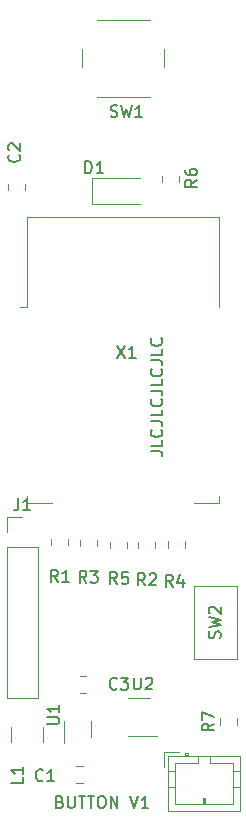
<source format=gbr>
G04 #@! TF.GenerationSoftware,KiCad,Pcbnew,(5.1.5)-1*
G04 #@! TF.CreationDate,2021-02-18T15:35:30+01:00*
G04 #@! TF.ProjectId,button,62757474-6f6e-42e6-9b69-6361645f7063,rev?*
G04 #@! TF.SameCoordinates,Original*
G04 #@! TF.FileFunction,Legend,Top*
G04 #@! TF.FilePolarity,Positive*
%FSLAX46Y46*%
G04 Gerber Fmt 4.6, Leading zero omitted, Abs format (unit mm)*
G04 Created by KiCad (PCBNEW (5.1.5)-1) date 2021-02-18 15:35:30*
%MOMM*%
%LPD*%
G04 APERTURE LIST*
%ADD10C,0.150000*%
%ADD11C,0.120000*%
G04 APERTURE END LIST*
D10*
X121752380Y-112588571D02*
X121895238Y-112636190D01*
X121942857Y-112683809D01*
X121990476Y-112779047D01*
X121990476Y-112921904D01*
X121942857Y-113017142D01*
X121895238Y-113064761D01*
X121800000Y-113112380D01*
X121419047Y-113112380D01*
X121419047Y-112112380D01*
X121752380Y-112112380D01*
X121847619Y-112160000D01*
X121895238Y-112207619D01*
X121942857Y-112302857D01*
X121942857Y-112398095D01*
X121895238Y-112493333D01*
X121847619Y-112540952D01*
X121752380Y-112588571D01*
X121419047Y-112588571D01*
X122419047Y-112112380D02*
X122419047Y-112921904D01*
X122466666Y-113017142D01*
X122514285Y-113064761D01*
X122609523Y-113112380D01*
X122800000Y-113112380D01*
X122895238Y-113064761D01*
X122942857Y-113017142D01*
X122990476Y-112921904D01*
X122990476Y-112112380D01*
X123323809Y-112112380D02*
X123895238Y-112112380D01*
X123609523Y-113112380D02*
X123609523Y-112112380D01*
X124085714Y-112112380D02*
X124657142Y-112112380D01*
X124371428Y-113112380D02*
X124371428Y-112112380D01*
X125180952Y-112112380D02*
X125371428Y-112112380D01*
X125466666Y-112160000D01*
X125561904Y-112255238D01*
X125609523Y-112445714D01*
X125609523Y-112779047D01*
X125561904Y-112969523D01*
X125466666Y-113064761D01*
X125371428Y-113112380D01*
X125180952Y-113112380D01*
X125085714Y-113064761D01*
X124990476Y-112969523D01*
X124942857Y-112779047D01*
X124942857Y-112445714D01*
X124990476Y-112255238D01*
X125085714Y-112160000D01*
X125180952Y-112112380D01*
X126038095Y-113112380D02*
X126038095Y-112112380D01*
X126609523Y-113112380D01*
X126609523Y-112112380D01*
X127704761Y-112112380D02*
X128038095Y-113112380D01*
X128371428Y-112112380D01*
X129228571Y-113112380D02*
X128657142Y-113112380D01*
X128942857Y-113112380D02*
X128942857Y-112112380D01*
X128847619Y-112255238D01*
X128752380Y-112350476D01*
X128657142Y-112398095D01*
X129422380Y-82919047D02*
X130136666Y-82919047D01*
X130279523Y-82966666D01*
X130374761Y-83061904D01*
X130422380Y-83204761D01*
X130422380Y-83300000D01*
X130422380Y-81966666D02*
X130422380Y-82442857D01*
X129422380Y-82442857D01*
X130327142Y-81061904D02*
X130374761Y-81109523D01*
X130422380Y-81252380D01*
X130422380Y-81347619D01*
X130374761Y-81490476D01*
X130279523Y-81585714D01*
X130184285Y-81633333D01*
X129993809Y-81680952D01*
X129850952Y-81680952D01*
X129660476Y-81633333D01*
X129565238Y-81585714D01*
X129470000Y-81490476D01*
X129422380Y-81347619D01*
X129422380Y-81252380D01*
X129470000Y-81109523D01*
X129517619Y-81061904D01*
X129422380Y-80347619D02*
X130136666Y-80347619D01*
X130279523Y-80395238D01*
X130374761Y-80490476D01*
X130422380Y-80633333D01*
X130422380Y-80728571D01*
X130422380Y-79395238D02*
X130422380Y-79871428D01*
X129422380Y-79871428D01*
X130327142Y-78490476D02*
X130374761Y-78538095D01*
X130422380Y-78680952D01*
X130422380Y-78776190D01*
X130374761Y-78919047D01*
X130279523Y-79014285D01*
X130184285Y-79061904D01*
X129993809Y-79109523D01*
X129850952Y-79109523D01*
X129660476Y-79061904D01*
X129565238Y-79014285D01*
X129470000Y-78919047D01*
X129422380Y-78776190D01*
X129422380Y-78680952D01*
X129470000Y-78538095D01*
X129517619Y-78490476D01*
X129422380Y-77776190D02*
X130136666Y-77776190D01*
X130279523Y-77823809D01*
X130374761Y-77919047D01*
X130422380Y-78061904D01*
X130422380Y-78157142D01*
X130422380Y-76823809D02*
X130422380Y-77300000D01*
X129422380Y-77300000D01*
X130327142Y-75919047D02*
X130374761Y-75966666D01*
X130422380Y-76109523D01*
X130422380Y-76204761D01*
X130374761Y-76347619D01*
X130279523Y-76442857D01*
X130184285Y-76490476D01*
X129993809Y-76538095D01*
X129850952Y-76538095D01*
X129660476Y-76490476D01*
X129565238Y-76442857D01*
X129470000Y-76347619D01*
X129422380Y-76204761D01*
X129422380Y-76109523D01*
X129470000Y-75966666D01*
X129517619Y-75919047D01*
X129422380Y-75204761D02*
X130136666Y-75204761D01*
X130279523Y-75252380D01*
X130374761Y-75347619D01*
X130422380Y-75490476D01*
X130422380Y-75585714D01*
X130422380Y-74252380D02*
X130422380Y-74728571D01*
X129422380Y-74728571D01*
X130327142Y-73347619D02*
X130374761Y-73395238D01*
X130422380Y-73538095D01*
X130422380Y-73633333D01*
X130374761Y-73776190D01*
X130279523Y-73871428D01*
X130184285Y-73919047D01*
X129993809Y-73966666D01*
X129850952Y-73966666D01*
X129660476Y-73919047D01*
X129565238Y-73871428D01*
X129470000Y-73776190D01*
X129422380Y-73633333D01*
X129422380Y-73538095D01*
X129470000Y-73395238D01*
X129517619Y-73347619D01*
D11*
X127550000Y-107040000D02*
X130000000Y-107040000D01*
X129350000Y-103820000D02*
X127550000Y-103820000D01*
X136700000Y-106051252D02*
X136700000Y-105528748D01*
X135280000Y-106051252D02*
X135280000Y-105528748D01*
X130570000Y-108380000D02*
X130570000Y-109630000D01*
X131820000Y-108380000D02*
X130570000Y-108380000D01*
X133930000Y-112790000D02*
X133930000Y-112290000D01*
X134030000Y-112290000D02*
X134030000Y-112790000D01*
X133830000Y-112290000D02*
X134030000Y-112290000D01*
X133830000Y-112790000D02*
X133830000Y-112290000D01*
X136990000Y-111290000D02*
X136380000Y-111290000D01*
X136990000Y-109990000D02*
X136380000Y-109990000D01*
X130870000Y-111290000D02*
X131480000Y-111290000D01*
X130870000Y-109990000D02*
X131480000Y-109990000D01*
X134430000Y-109290000D02*
X134430000Y-108680000D01*
X136380000Y-109290000D02*
X134430000Y-109290000D01*
X136380000Y-112790000D02*
X136380000Y-109290000D01*
X131480000Y-112790000D02*
X136380000Y-112790000D01*
X131480000Y-109290000D02*
X131480000Y-112790000D01*
X133430000Y-109290000D02*
X131480000Y-109290000D01*
X133430000Y-108680000D02*
X133430000Y-109290000D01*
X132630000Y-108580000D02*
X132330000Y-108580000D01*
X132330000Y-108480000D02*
X132330000Y-108680000D01*
X132630000Y-108480000D02*
X132330000Y-108480000D01*
X132630000Y-108680000D02*
X132630000Y-108480000D01*
X136990000Y-108680000D02*
X130870000Y-108680000D01*
X136990000Y-113400000D02*
X136990000Y-108680000D01*
X130870000Y-113400000D02*
X136990000Y-113400000D01*
X130870000Y-108680000D02*
X130870000Y-113400000D01*
X117230000Y-88440000D02*
X118560000Y-88440000D01*
X117230000Y-89770000D02*
X117230000Y-88440000D01*
X117230000Y-91040000D02*
X119890000Y-91040000D01*
X119890000Y-91040000D02*
X119890000Y-103800000D01*
X117230000Y-91040000D02*
X117230000Y-103800000D01*
X117230000Y-103800000D02*
X119890000Y-103800000D01*
X124475000Y-61935000D02*
X128560000Y-61935000D01*
X124475000Y-59765000D02*
X124475000Y-61935000D01*
X128560000Y-59765000D02*
X124475000Y-59765000D01*
X118990000Y-70680000D02*
X118380000Y-70680000D01*
X118990000Y-70680000D02*
X118990000Y-63060000D01*
X118990000Y-87300000D02*
X118990000Y-86680000D01*
X121110000Y-87300000D02*
X118990000Y-87300000D01*
X135230000Y-87300000D02*
X133110000Y-87300000D01*
X135230000Y-86680000D02*
X135230000Y-87300000D01*
X135230000Y-63060000D02*
X135230000Y-70680000D01*
X118990000Y-63060000D02*
X135230000Y-63060000D01*
X122050000Y-105720000D02*
X122050000Y-107620000D01*
X124370000Y-107120000D02*
X124370000Y-105720000D01*
X136700000Y-94330000D02*
X136700000Y-100450000D01*
X136700000Y-100450000D02*
X133080000Y-100450000D01*
X133080000Y-100450000D02*
X133080000Y-94330000D01*
X133080000Y-94330000D02*
X136700000Y-94330000D01*
X123600000Y-48880000D02*
X123600000Y-50380000D01*
X124850000Y-52880000D02*
X129350000Y-52880000D01*
X130600000Y-50380000D02*
X130600000Y-48880000D01*
X129350000Y-46380000D02*
X124850000Y-46380000D01*
X131800000Y-60111252D02*
X131800000Y-59588748D01*
X130380000Y-60111252D02*
X130380000Y-59588748D01*
X127420000Y-91071252D02*
X127420000Y-90548748D01*
X126000000Y-91071252D02*
X126000000Y-90548748D01*
X132320000Y-91061252D02*
X132320000Y-90538748D01*
X130900000Y-91061252D02*
X130900000Y-90538748D01*
X124890000Y-90911252D02*
X124890000Y-90388748D01*
X123470000Y-90911252D02*
X123470000Y-90388748D01*
X129790000Y-91081252D02*
X129790000Y-90558748D01*
X128370000Y-91081252D02*
X128370000Y-90558748D01*
X122440000Y-90851252D02*
X122440000Y-90328748D01*
X121020000Y-90851252D02*
X121020000Y-90328748D01*
X120320000Y-107482064D02*
X120320000Y-106277936D01*
X117600000Y-107482064D02*
X117600000Y-106277936D01*
X123961252Y-101950000D02*
X123438748Y-101950000D01*
X123961252Y-103370000D02*
X123438748Y-103370000D01*
X117340000Y-60298748D02*
X117340000Y-60821252D01*
X118760000Y-60298748D02*
X118760000Y-60821252D01*
X123138748Y-110960000D02*
X123661252Y-110960000D01*
X123138748Y-109540000D02*
X123661252Y-109540000D01*
D10*
X127998095Y-102062380D02*
X127998095Y-102871904D01*
X128045714Y-102967142D01*
X128093333Y-103014761D01*
X128188571Y-103062380D01*
X128379047Y-103062380D01*
X128474285Y-103014761D01*
X128521904Y-102967142D01*
X128569523Y-102871904D01*
X128569523Y-102062380D01*
X128998095Y-102157619D02*
X129045714Y-102110000D01*
X129140952Y-102062380D01*
X129379047Y-102062380D01*
X129474285Y-102110000D01*
X129521904Y-102157619D01*
X129569523Y-102252857D01*
X129569523Y-102348095D01*
X129521904Y-102490952D01*
X128950476Y-103062380D01*
X129569523Y-103062380D01*
X134792380Y-105956666D02*
X134316190Y-106290000D01*
X134792380Y-106528095D02*
X133792380Y-106528095D01*
X133792380Y-106147142D01*
X133840000Y-106051904D01*
X133887619Y-106004285D01*
X133982857Y-105956666D01*
X134125714Y-105956666D01*
X134220952Y-106004285D01*
X134268571Y-106051904D01*
X134316190Y-106147142D01*
X134316190Y-106528095D01*
X133792380Y-105623333D02*
X133792380Y-104956666D01*
X134792380Y-105385238D01*
X118226666Y-86892380D02*
X118226666Y-87606666D01*
X118179047Y-87749523D01*
X118083809Y-87844761D01*
X117940952Y-87892380D01*
X117845714Y-87892380D01*
X119226666Y-87892380D02*
X118655238Y-87892380D01*
X118940952Y-87892380D02*
X118940952Y-86892380D01*
X118845714Y-87035238D01*
X118750476Y-87130476D01*
X118655238Y-87178095D01*
X123891904Y-59352380D02*
X123891904Y-58352380D01*
X124130000Y-58352380D01*
X124272857Y-58400000D01*
X124368095Y-58495238D01*
X124415714Y-58590476D01*
X124463333Y-58780952D01*
X124463333Y-58923809D01*
X124415714Y-59114285D01*
X124368095Y-59209523D01*
X124272857Y-59304761D01*
X124130000Y-59352380D01*
X123891904Y-59352380D01*
X125415714Y-59352380D02*
X124844285Y-59352380D01*
X125130000Y-59352380D02*
X125130000Y-58352380D01*
X125034761Y-58495238D01*
X124939523Y-58590476D01*
X124844285Y-58638095D01*
X126580476Y-73982380D02*
X127247142Y-74982380D01*
X127247142Y-73982380D02*
X126580476Y-74982380D01*
X128151904Y-74982380D02*
X127580476Y-74982380D01*
X127866190Y-74982380D02*
X127866190Y-73982380D01*
X127770952Y-74125238D01*
X127675714Y-74220476D01*
X127580476Y-74268095D01*
X120682380Y-105981904D02*
X121491904Y-105981904D01*
X121587142Y-105934285D01*
X121634761Y-105886666D01*
X121682380Y-105791428D01*
X121682380Y-105600952D01*
X121634761Y-105505714D01*
X121587142Y-105458095D01*
X121491904Y-105410476D01*
X120682380Y-105410476D01*
X121682380Y-104410476D02*
X121682380Y-104981904D01*
X121682380Y-104696190D02*
X120682380Y-104696190D01*
X120825238Y-104791428D01*
X120920476Y-104886666D01*
X120968095Y-104981904D01*
X135294761Y-98723333D02*
X135342380Y-98580476D01*
X135342380Y-98342380D01*
X135294761Y-98247142D01*
X135247142Y-98199523D01*
X135151904Y-98151904D01*
X135056666Y-98151904D01*
X134961428Y-98199523D01*
X134913809Y-98247142D01*
X134866190Y-98342380D01*
X134818571Y-98532857D01*
X134770952Y-98628095D01*
X134723333Y-98675714D01*
X134628095Y-98723333D01*
X134532857Y-98723333D01*
X134437619Y-98675714D01*
X134390000Y-98628095D01*
X134342380Y-98532857D01*
X134342380Y-98294761D01*
X134390000Y-98151904D01*
X134342380Y-97818571D02*
X135342380Y-97580476D01*
X134628095Y-97390000D01*
X135342380Y-97199523D01*
X134342380Y-96961428D01*
X134437619Y-96628095D02*
X134390000Y-96580476D01*
X134342380Y-96485238D01*
X134342380Y-96247142D01*
X134390000Y-96151904D01*
X134437619Y-96104285D01*
X134532857Y-96056666D01*
X134628095Y-96056666D01*
X134770952Y-96104285D01*
X135342380Y-96675714D01*
X135342380Y-96056666D01*
X126046666Y-54554761D02*
X126189523Y-54602380D01*
X126427619Y-54602380D01*
X126522857Y-54554761D01*
X126570476Y-54507142D01*
X126618095Y-54411904D01*
X126618095Y-54316666D01*
X126570476Y-54221428D01*
X126522857Y-54173809D01*
X126427619Y-54126190D01*
X126237142Y-54078571D01*
X126141904Y-54030952D01*
X126094285Y-53983333D01*
X126046666Y-53888095D01*
X126046666Y-53792857D01*
X126094285Y-53697619D01*
X126141904Y-53650000D01*
X126237142Y-53602380D01*
X126475238Y-53602380D01*
X126618095Y-53650000D01*
X126951428Y-53602380D02*
X127189523Y-54602380D01*
X127380000Y-53888095D01*
X127570476Y-54602380D01*
X127808571Y-53602380D01*
X128713333Y-54602380D02*
X128141904Y-54602380D01*
X128427619Y-54602380D02*
X128427619Y-53602380D01*
X128332380Y-53745238D01*
X128237142Y-53840476D01*
X128141904Y-53888095D01*
X133342380Y-59916666D02*
X132866190Y-60250000D01*
X133342380Y-60488095D02*
X132342380Y-60488095D01*
X132342380Y-60107142D01*
X132390000Y-60011904D01*
X132437619Y-59964285D01*
X132532857Y-59916666D01*
X132675714Y-59916666D01*
X132770952Y-59964285D01*
X132818571Y-60011904D01*
X132866190Y-60107142D01*
X132866190Y-60488095D01*
X132342380Y-59059523D02*
X132342380Y-59250000D01*
X132390000Y-59345238D01*
X132437619Y-59392857D01*
X132580476Y-59488095D01*
X132770952Y-59535714D01*
X133151904Y-59535714D01*
X133247142Y-59488095D01*
X133294761Y-59440476D01*
X133342380Y-59345238D01*
X133342380Y-59154761D01*
X133294761Y-59059523D01*
X133247142Y-59011904D01*
X133151904Y-58964285D01*
X132913809Y-58964285D01*
X132818571Y-59011904D01*
X132770952Y-59059523D01*
X132723333Y-59154761D01*
X132723333Y-59345238D01*
X132770952Y-59440476D01*
X132818571Y-59488095D01*
X132913809Y-59535714D01*
X126583333Y-94132380D02*
X126250000Y-93656190D01*
X126011904Y-94132380D02*
X126011904Y-93132380D01*
X126392857Y-93132380D01*
X126488095Y-93180000D01*
X126535714Y-93227619D01*
X126583333Y-93322857D01*
X126583333Y-93465714D01*
X126535714Y-93560952D01*
X126488095Y-93608571D01*
X126392857Y-93656190D01*
X126011904Y-93656190D01*
X127488095Y-93132380D02*
X127011904Y-93132380D01*
X126964285Y-93608571D01*
X127011904Y-93560952D01*
X127107142Y-93513333D01*
X127345238Y-93513333D01*
X127440476Y-93560952D01*
X127488095Y-93608571D01*
X127535714Y-93703809D01*
X127535714Y-93941904D01*
X127488095Y-94037142D01*
X127440476Y-94084761D01*
X127345238Y-94132380D01*
X127107142Y-94132380D01*
X127011904Y-94084761D01*
X126964285Y-94037142D01*
X131303333Y-94362380D02*
X130970000Y-93886190D01*
X130731904Y-94362380D02*
X130731904Y-93362380D01*
X131112857Y-93362380D01*
X131208095Y-93410000D01*
X131255714Y-93457619D01*
X131303333Y-93552857D01*
X131303333Y-93695714D01*
X131255714Y-93790952D01*
X131208095Y-93838571D01*
X131112857Y-93886190D01*
X130731904Y-93886190D01*
X132160476Y-93695714D02*
X132160476Y-94362380D01*
X131922380Y-93314761D02*
X131684285Y-94029047D01*
X132303333Y-94029047D01*
X123993333Y-94032380D02*
X123660000Y-93556190D01*
X123421904Y-94032380D02*
X123421904Y-93032380D01*
X123802857Y-93032380D01*
X123898095Y-93080000D01*
X123945714Y-93127619D01*
X123993333Y-93222857D01*
X123993333Y-93365714D01*
X123945714Y-93460952D01*
X123898095Y-93508571D01*
X123802857Y-93556190D01*
X123421904Y-93556190D01*
X124326666Y-93032380D02*
X124945714Y-93032380D01*
X124612380Y-93413333D01*
X124755238Y-93413333D01*
X124850476Y-93460952D01*
X124898095Y-93508571D01*
X124945714Y-93603809D01*
X124945714Y-93841904D01*
X124898095Y-93937142D01*
X124850476Y-93984761D01*
X124755238Y-94032380D01*
X124469523Y-94032380D01*
X124374285Y-93984761D01*
X124326666Y-93937142D01*
X128953333Y-94242380D02*
X128620000Y-93766190D01*
X128381904Y-94242380D02*
X128381904Y-93242380D01*
X128762857Y-93242380D01*
X128858095Y-93290000D01*
X128905714Y-93337619D01*
X128953333Y-93432857D01*
X128953333Y-93575714D01*
X128905714Y-93670952D01*
X128858095Y-93718571D01*
X128762857Y-93766190D01*
X128381904Y-93766190D01*
X129334285Y-93337619D02*
X129381904Y-93290000D01*
X129477142Y-93242380D01*
X129715238Y-93242380D01*
X129810476Y-93290000D01*
X129858095Y-93337619D01*
X129905714Y-93432857D01*
X129905714Y-93528095D01*
X129858095Y-93670952D01*
X129286666Y-94242380D01*
X129905714Y-94242380D01*
X121563333Y-93962380D02*
X121230000Y-93486190D01*
X120991904Y-93962380D02*
X120991904Y-92962380D01*
X121372857Y-92962380D01*
X121468095Y-93010000D01*
X121515714Y-93057619D01*
X121563333Y-93152857D01*
X121563333Y-93295714D01*
X121515714Y-93390952D01*
X121468095Y-93438571D01*
X121372857Y-93486190D01*
X120991904Y-93486190D01*
X122515714Y-93962380D02*
X121944285Y-93962380D01*
X122230000Y-93962380D02*
X122230000Y-92962380D01*
X122134761Y-93105238D01*
X122039523Y-93200476D01*
X121944285Y-93248095D01*
X118632380Y-110496666D02*
X118632380Y-110972857D01*
X117632380Y-110972857D01*
X118632380Y-109639523D02*
X118632380Y-110210952D01*
X118632380Y-109925238D02*
X117632380Y-109925238D01*
X117775238Y-110020476D01*
X117870476Y-110115714D01*
X117918095Y-110210952D01*
X126563333Y-102987142D02*
X126515714Y-103034761D01*
X126372857Y-103082380D01*
X126277619Y-103082380D01*
X126134761Y-103034761D01*
X126039523Y-102939523D01*
X125991904Y-102844285D01*
X125944285Y-102653809D01*
X125944285Y-102510952D01*
X125991904Y-102320476D01*
X126039523Y-102225238D01*
X126134761Y-102130000D01*
X126277619Y-102082380D01*
X126372857Y-102082380D01*
X126515714Y-102130000D01*
X126563333Y-102177619D01*
X126896666Y-102082380D02*
X127515714Y-102082380D01*
X127182380Y-102463333D01*
X127325238Y-102463333D01*
X127420476Y-102510952D01*
X127468095Y-102558571D01*
X127515714Y-102653809D01*
X127515714Y-102891904D01*
X127468095Y-102987142D01*
X127420476Y-103034761D01*
X127325238Y-103082380D01*
X127039523Y-103082380D01*
X126944285Y-103034761D01*
X126896666Y-102987142D01*
X118280142Y-57796666D02*
X118327761Y-57844285D01*
X118375380Y-57987142D01*
X118375380Y-58082380D01*
X118327761Y-58225238D01*
X118232523Y-58320476D01*
X118137285Y-58368095D01*
X117946809Y-58415714D01*
X117803952Y-58415714D01*
X117613476Y-58368095D01*
X117518238Y-58320476D01*
X117423000Y-58225238D01*
X117375380Y-58082380D01*
X117375380Y-57987142D01*
X117423000Y-57844285D01*
X117470619Y-57796666D01*
X117470619Y-57415714D02*
X117423000Y-57368095D01*
X117375380Y-57272857D01*
X117375380Y-57034761D01*
X117423000Y-56939523D01*
X117470619Y-56891904D01*
X117565857Y-56844285D01*
X117661095Y-56844285D01*
X117803952Y-56891904D01*
X118375380Y-57463333D01*
X118375380Y-56844285D01*
X120303333Y-110734142D02*
X120255714Y-110781761D01*
X120112857Y-110829380D01*
X120017619Y-110829380D01*
X119874761Y-110781761D01*
X119779523Y-110686523D01*
X119731904Y-110591285D01*
X119684285Y-110400809D01*
X119684285Y-110257952D01*
X119731904Y-110067476D01*
X119779523Y-109972238D01*
X119874761Y-109877000D01*
X120017619Y-109829380D01*
X120112857Y-109829380D01*
X120255714Y-109877000D01*
X120303333Y-109924619D01*
X121255714Y-110829380D02*
X120684285Y-110829380D01*
X120970000Y-110829380D02*
X120970000Y-109829380D01*
X120874761Y-109972238D01*
X120779523Y-110067476D01*
X120684285Y-110115095D01*
M02*

</source>
